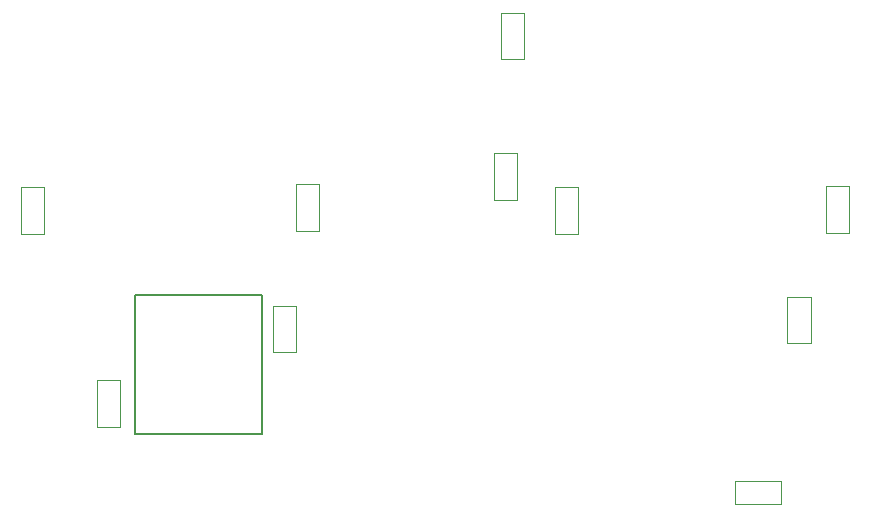
<source format=gko>
G75*
%MOIN*%
%OFA0B0*%
%FSLAX24Y24*%
%IPPOS*%
%LPD*%
%AMOC8*
5,1,8,0,0,1.08239X$1,22.5*
%
%ADD10C,0.0020*%
%ADD11C,0.0079*%
D10*
X009762Y006896D02*
X010536Y006896D01*
X010536Y008450D01*
X009762Y008450D01*
X009762Y006896D01*
X015628Y009376D02*
X016402Y009376D01*
X016402Y010930D01*
X015628Y010930D01*
X015628Y009376D01*
X016396Y013428D02*
X017170Y013428D01*
X017170Y014981D01*
X016396Y014981D01*
X016396Y013428D01*
X022991Y014463D02*
X023765Y014463D01*
X023765Y016017D01*
X022991Y016017D01*
X022991Y014463D01*
X025030Y014889D02*
X025030Y013335D01*
X025804Y013335D01*
X025804Y014889D01*
X025030Y014889D01*
X024001Y019152D02*
X023227Y019152D01*
X023227Y020706D01*
X024001Y020706D01*
X024001Y019152D01*
X034054Y014914D02*
X034054Y013361D01*
X034828Y013361D01*
X034828Y014914D01*
X034054Y014914D01*
X033548Y011233D02*
X032774Y011233D01*
X032774Y009680D01*
X033548Y009680D01*
X033548Y011233D01*
X032576Y005087D02*
X031022Y005087D01*
X031022Y004313D01*
X032576Y004313D01*
X032576Y005087D01*
X008005Y013337D02*
X007231Y013337D01*
X007231Y014891D01*
X008005Y014891D01*
X008005Y013337D01*
D11*
X011017Y011295D02*
X011017Y006649D01*
X015265Y006649D01*
X015265Y011295D01*
X011017Y011295D01*
M02*

</source>
